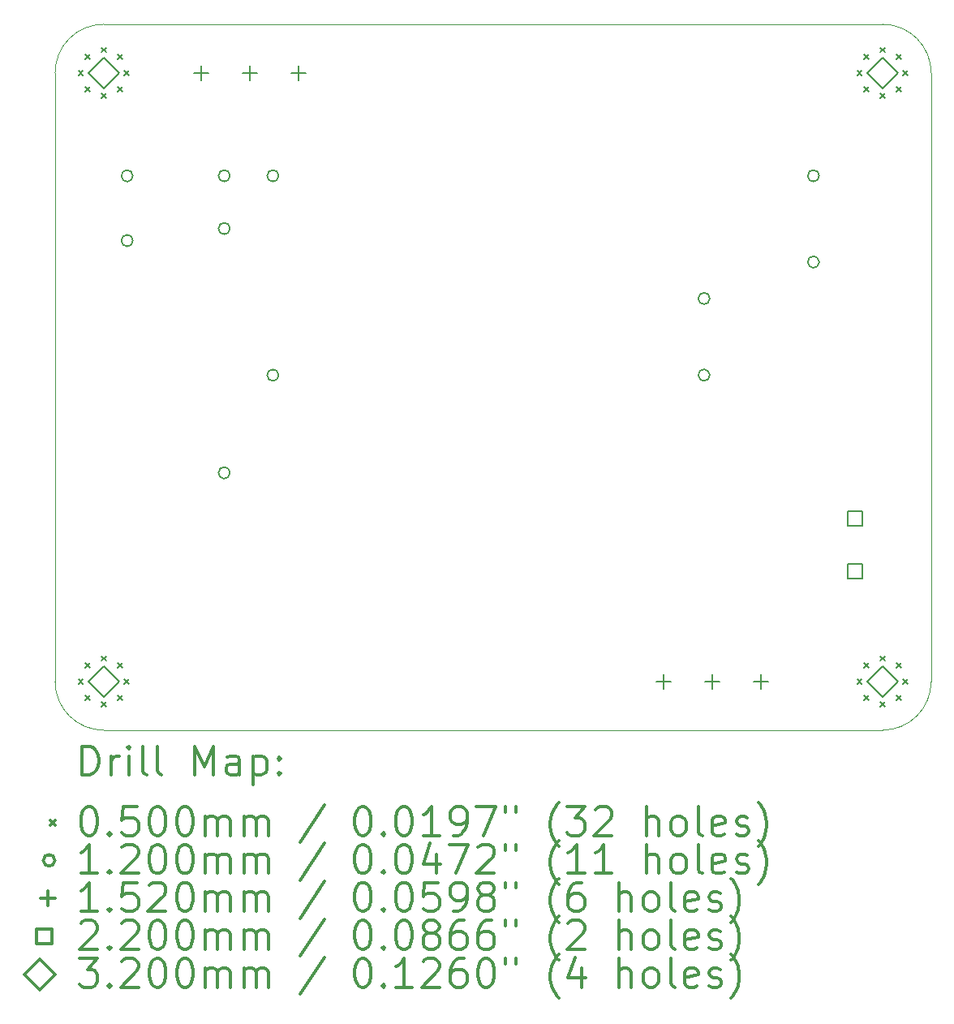
<source format=gbr>
%FSLAX45Y45*%
G04 Gerber Fmt 4.5, Leading zero omitted, Abs format (unit mm)*
G04 Created by KiCad (PCBNEW (5.1.10)-1) date 2021-10-08 18:44:12*
%MOMM*%
%LPD*%
G01*
G04 APERTURE LIST*
%TA.AperFunction,Profile*%
%ADD10C,0.050000*%
%TD*%
%ADD11C,0.200000*%
%ADD12C,0.300000*%
G04 APERTURE END LIST*
D10*
X19304000Y-5334000D02*
G75*
G02*
X19812000Y-5842000I0J-508000D01*
G01*
X19812000Y-12192000D02*
G75*
G02*
X19304000Y-12700000I-508000J0D01*
G01*
X11176000Y-12700000D02*
G75*
G02*
X10668000Y-12192000I0J508000D01*
G01*
X10668000Y-5842000D02*
G75*
G02*
X11176000Y-5334000I508000J0D01*
G01*
X10668000Y-12192000D02*
X10668000Y-5842000D01*
X19304000Y-12700000D02*
X11176000Y-12700000D01*
X19812000Y-5842000D02*
X19812000Y-12192000D01*
X11176000Y-5334000D02*
X19304000Y-5334000D01*
D11*
X10911000Y-5817000D02*
X10961000Y-5867000D01*
X10961000Y-5817000D02*
X10911000Y-5867000D01*
X10911000Y-12167000D02*
X10961000Y-12217000D01*
X10961000Y-12167000D02*
X10911000Y-12217000D01*
X10981294Y-5647294D02*
X11031294Y-5697294D01*
X11031294Y-5647294D02*
X10981294Y-5697294D01*
X10981294Y-5986706D02*
X11031294Y-6036706D01*
X11031294Y-5986706D02*
X10981294Y-6036706D01*
X10981294Y-11997294D02*
X11031294Y-12047294D01*
X11031294Y-11997294D02*
X10981294Y-12047294D01*
X10981294Y-12336706D02*
X11031294Y-12386706D01*
X11031294Y-12336706D02*
X10981294Y-12386706D01*
X11151000Y-5577000D02*
X11201000Y-5627000D01*
X11201000Y-5577000D02*
X11151000Y-5627000D01*
X11151000Y-6057000D02*
X11201000Y-6107000D01*
X11201000Y-6057000D02*
X11151000Y-6107000D01*
X11151000Y-11927000D02*
X11201000Y-11977000D01*
X11201000Y-11927000D02*
X11151000Y-11977000D01*
X11151000Y-12407000D02*
X11201000Y-12457000D01*
X11201000Y-12407000D02*
X11151000Y-12457000D01*
X11320706Y-5647294D02*
X11370706Y-5697294D01*
X11370706Y-5647294D02*
X11320706Y-5697294D01*
X11320706Y-5986706D02*
X11370706Y-6036706D01*
X11370706Y-5986706D02*
X11320706Y-6036706D01*
X11320706Y-11997294D02*
X11370706Y-12047294D01*
X11370706Y-11997294D02*
X11320706Y-12047294D01*
X11320706Y-12336706D02*
X11370706Y-12386706D01*
X11370706Y-12336706D02*
X11320706Y-12386706D01*
X11391000Y-5817000D02*
X11441000Y-5867000D01*
X11441000Y-5817000D02*
X11391000Y-5867000D01*
X11391000Y-12167000D02*
X11441000Y-12217000D01*
X11441000Y-12167000D02*
X11391000Y-12217000D01*
X19039000Y-5817000D02*
X19089000Y-5867000D01*
X19089000Y-5817000D02*
X19039000Y-5867000D01*
X19039000Y-12167000D02*
X19089000Y-12217000D01*
X19089000Y-12167000D02*
X19039000Y-12217000D01*
X19109294Y-5647294D02*
X19159294Y-5697294D01*
X19159294Y-5647294D02*
X19109294Y-5697294D01*
X19109294Y-5986706D02*
X19159294Y-6036706D01*
X19159294Y-5986706D02*
X19109294Y-6036706D01*
X19109294Y-11997294D02*
X19159294Y-12047294D01*
X19159294Y-11997294D02*
X19109294Y-12047294D01*
X19109294Y-12336706D02*
X19159294Y-12386706D01*
X19159294Y-12336706D02*
X19109294Y-12386706D01*
X19279000Y-5577000D02*
X19329000Y-5627000D01*
X19329000Y-5577000D02*
X19279000Y-5627000D01*
X19279000Y-6057000D02*
X19329000Y-6107000D01*
X19329000Y-6057000D02*
X19279000Y-6107000D01*
X19279000Y-11927000D02*
X19329000Y-11977000D01*
X19329000Y-11927000D02*
X19279000Y-11977000D01*
X19279000Y-12407000D02*
X19329000Y-12457000D01*
X19329000Y-12407000D02*
X19279000Y-12457000D01*
X19448706Y-5647294D02*
X19498706Y-5697294D01*
X19498706Y-5647294D02*
X19448706Y-5697294D01*
X19448706Y-5986706D02*
X19498706Y-6036706D01*
X19498706Y-5986706D02*
X19448706Y-6036706D01*
X19448706Y-11997294D02*
X19498706Y-12047294D01*
X19498706Y-11997294D02*
X19448706Y-12047294D01*
X19448706Y-12336706D02*
X19498706Y-12386706D01*
X19498706Y-12336706D02*
X19448706Y-12386706D01*
X19519000Y-5817000D02*
X19569000Y-5867000D01*
X19569000Y-5817000D02*
X19519000Y-5867000D01*
X19519000Y-12167000D02*
X19569000Y-12217000D01*
X19569000Y-12167000D02*
X19519000Y-12217000D01*
X11479840Y-6916420D02*
G75*
G03*
X11479840Y-6916420I-60000J0D01*
G01*
X11479840Y-7591420D02*
G75*
G03*
X11479840Y-7591420I-60000J0D01*
G01*
X12493300Y-6915150D02*
G75*
G03*
X12493300Y-6915150I-60000J0D01*
G01*
X12493300Y-7465150D02*
G75*
G03*
X12493300Y-7465150I-60000J0D01*
G01*
X12493300Y-10015150D02*
G75*
G03*
X12493300Y-10015150I-60000J0D01*
G01*
X13001300Y-6915150D02*
G75*
G03*
X13001300Y-6915150I-60000J0D01*
G01*
X13001300Y-8995150D02*
G75*
G03*
X13001300Y-8995150I-60000J0D01*
G01*
X17501300Y-8195150D02*
G75*
G03*
X17501300Y-8195150I-60000J0D01*
G01*
X17501300Y-8995150D02*
G75*
G03*
X17501300Y-8995150I-60000J0D01*
G01*
X18643300Y-6915150D02*
G75*
G03*
X18643300Y-6915150I-60000J0D01*
G01*
X18643300Y-7815150D02*
G75*
G03*
X18643300Y-7815150I-60000J0D01*
G01*
X12192000Y-5766000D02*
X12192000Y-5918000D01*
X12116000Y-5842000D02*
X12268000Y-5842000D01*
X12700000Y-5766000D02*
X12700000Y-5918000D01*
X12624000Y-5842000D02*
X12776000Y-5842000D01*
X13208000Y-5766000D02*
X13208000Y-5918000D01*
X13132000Y-5842000D02*
X13284000Y-5842000D01*
X17018000Y-12116000D02*
X17018000Y-12268000D01*
X16942000Y-12192000D02*
X17094000Y-12192000D01*
X17526000Y-12116000D02*
X17526000Y-12268000D01*
X17450000Y-12192000D02*
X17602000Y-12192000D01*
X18034000Y-12116000D02*
X18034000Y-12268000D01*
X17958000Y-12192000D02*
X18110000Y-12192000D01*
X19097623Y-10569203D02*
X19097623Y-10413638D01*
X18942058Y-10413638D01*
X18942058Y-10569203D01*
X19097623Y-10569203D01*
X19097623Y-11119203D02*
X19097623Y-10963638D01*
X18942058Y-10963638D01*
X18942058Y-11119203D01*
X19097623Y-11119203D01*
X11176000Y-6002000D02*
X11336000Y-5842000D01*
X11176000Y-5682000D01*
X11016000Y-5842000D01*
X11176000Y-6002000D01*
X11176000Y-12352000D02*
X11336000Y-12192000D01*
X11176000Y-12032000D01*
X11016000Y-12192000D01*
X11176000Y-12352000D01*
X19304000Y-6002000D02*
X19464000Y-5842000D01*
X19304000Y-5682000D01*
X19144000Y-5842000D01*
X19304000Y-6002000D01*
X19304000Y-12352000D02*
X19464000Y-12192000D01*
X19304000Y-12032000D01*
X19144000Y-12192000D01*
X19304000Y-12352000D01*
D12*
X10951928Y-13168214D02*
X10951928Y-12868214D01*
X11023357Y-12868214D01*
X11066214Y-12882500D01*
X11094786Y-12911071D01*
X11109071Y-12939643D01*
X11123357Y-12996786D01*
X11123357Y-13039643D01*
X11109071Y-13096786D01*
X11094786Y-13125357D01*
X11066214Y-13153929D01*
X11023357Y-13168214D01*
X10951928Y-13168214D01*
X11251928Y-13168214D02*
X11251928Y-12968214D01*
X11251928Y-13025357D02*
X11266214Y-12996786D01*
X11280500Y-12982500D01*
X11309071Y-12968214D01*
X11337643Y-12968214D01*
X11437643Y-13168214D02*
X11437643Y-12968214D01*
X11437643Y-12868214D02*
X11423357Y-12882500D01*
X11437643Y-12896786D01*
X11451928Y-12882500D01*
X11437643Y-12868214D01*
X11437643Y-12896786D01*
X11623357Y-13168214D02*
X11594786Y-13153929D01*
X11580500Y-13125357D01*
X11580500Y-12868214D01*
X11780500Y-13168214D02*
X11751928Y-13153929D01*
X11737643Y-13125357D01*
X11737643Y-12868214D01*
X12123357Y-13168214D02*
X12123357Y-12868214D01*
X12223357Y-13082500D01*
X12323357Y-12868214D01*
X12323357Y-13168214D01*
X12594786Y-13168214D02*
X12594786Y-13011071D01*
X12580500Y-12982500D01*
X12551928Y-12968214D01*
X12494786Y-12968214D01*
X12466214Y-12982500D01*
X12594786Y-13153929D02*
X12566214Y-13168214D01*
X12494786Y-13168214D01*
X12466214Y-13153929D01*
X12451928Y-13125357D01*
X12451928Y-13096786D01*
X12466214Y-13068214D01*
X12494786Y-13053929D01*
X12566214Y-13053929D01*
X12594786Y-13039643D01*
X12737643Y-12968214D02*
X12737643Y-13268214D01*
X12737643Y-12982500D02*
X12766214Y-12968214D01*
X12823357Y-12968214D01*
X12851928Y-12982500D01*
X12866214Y-12996786D01*
X12880500Y-13025357D01*
X12880500Y-13111071D01*
X12866214Y-13139643D01*
X12851928Y-13153929D01*
X12823357Y-13168214D01*
X12766214Y-13168214D01*
X12737643Y-13153929D01*
X13009071Y-13139643D02*
X13023357Y-13153929D01*
X13009071Y-13168214D01*
X12994786Y-13153929D01*
X13009071Y-13139643D01*
X13009071Y-13168214D01*
X13009071Y-12982500D02*
X13023357Y-12996786D01*
X13009071Y-13011071D01*
X12994786Y-12996786D01*
X13009071Y-12982500D01*
X13009071Y-13011071D01*
X10615500Y-13637500D02*
X10665500Y-13687500D01*
X10665500Y-13637500D02*
X10615500Y-13687500D01*
X11009071Y-13498214D02*
X11037643Y-13498214D01*
X11066214Y-13512500D01*
X11080500Y-13526786D01*
X11094786Y-13555357D01*
X11109071Y-13612500D01*
X11109071Y-13683929D01*
X11094786Y-13741071D01*
X11080500Y-13769643D01*
X11066214Y-13783929D01*
X11037643Y-13798214D01*
X11009071Y-13798214D01*
X10980500Y-13783929D01*
X10966214Y-13769643D01*
X10951928Y-13741071D01*
X10937643Y-13683929D01*
X10937643Y-13612500D01*
X10951928Y-13555357D01*
X10966214Y-13526786D01*
X10980500Y-13512500D01*
X11009071Y-13498214D01*
X11237643Y-13769643D02*
X11251928Y-13783929D01*
X11237643Y-13798214D01*
X11223357Y-13783929D01*
X11237643Y-13769643D01*
X11237643Y-13798214D01*
X11523357Y-13498214D02*
X11380500Y-13498214D01*
X11366214Y-13641071D01*
X11380500Y-13626786D01*
X11409071Y-13612500D01*
X11480500Y-13612500D01*
X11509071Y-13626786D01*
X11523357Y-13641071D01*
X11537643Y-13669643D01*
X11537643Y-13741071D01*
X11523357Y-13769643D01*
X11509071Y-13783929D01*
X11480500Y-13798214D01*
X11409071Y-13798214D01*
X11380500Y-13783929D01*
X11366214Y-13769643D01*
X11723357Y-13498214D02*
X11751928Y-13498214D01*
X11780500Y-13512500D01*
X11794786Y-13526786D01*
X11809071Y-13555357D01*
X11823357Y-13612500D01*
X11823357Y-13683929D01*
X11809071Y-13741071D01*
X11794786Y-13769643D01*
X11780500Y-13783929D01*
X11751928Y-13798214D01*
X11723357Y-13798214D01*
X11694786Y-13783929D01*
X11680500Y-13769643D01*
X11666214Y-13741071D01*
X11651928Y-13683929D01*
X11651928Y-13612500D01*
X11666214Y-13555357D01*
X11680500Y-13526786D01*
X11694786Y-13512500D01*
X11723357Y-13498214D01*
X12009071Y-13498214D02*
X12037643Y-13498214D01*
X12066214Y-13512500D01*
X12080500Y-13526786D01*
X12094786Y-13555357D01*
X12109071Y-13612500D01*
X12109071Y-13683929D01*
X12094786Y-13741071D01*
X12080500Y-13769643D01*
X12066214Y-13783929D01*
X12037643Y-13798214D01*
X12009071Y-13798214D01*
X11980500Y-13783929D01*
X11966214Y-13769643D01*
X11951928Y-13741071D01*
X11937643Y-13683929D01*
X11937643Y-13612500D01*
X11951928Y-13555357D01*
X11966214Y-13526786D01*
X11980500Y-13512500D01*
X12009071Y-13498214D01*
X12237643Y-13798214D02*
X12237643Y-13598214D01*
X12237643Y-13626786D02*
X12251928Y-13612500D01*
X12280500Y-13598214D01*
X12323357Y-13598214D01*
X12351928Y-13612500D01*
X12366214Y-13641071D01*
X12366214Y-13798214D01*
X12366214Y-13641071D02*
X12380500Y-13612500D01*
X12409071Y-13598214D01*
X12451928Y-13598214D01*
X12480500Y-13612500D01*
X12494786Y-13641071D01*
X12494786Y-13798214D01*
X12637643Y-13798214D02*
X12637643Y-13598214D01*
X12637643Y-13626786D02*
X12651928Y-13612500D01*
X12680500Y-13598214D01*
X12723357Y-13598214D01*
X12751928Y-13612500D01*
X12766214Y-13641071D01*
X12766214Y-13798214D01*
X12766214Y-13641071D02*
X12780500Y-13612500D01*
X12809071Y-13598214D01*
X12851928Y-13598214D01*
X12880500Y-13612500D01*
X12894786Y-13641071D01*
X12894786Y-13798214D01*
X13480500Y-13483929D02*
X13223357Y-13869643D01*
X13866214Y-13498214D02*
X13894786Y-13498214D01*
X13923357Y-13512500D01*
X13937643Y-13526786D01*
X13951928Y-13555357D01*
X13966214Y-13612500D01*
X13966214Y-13683929D01*
X13951928Y-13741071D01*
X13937643Y-13769643D01*
X13923357Y-13783929D01*
X13894786Y-13798214D01*
X13866214Y-13798214D01*
X13837643Y-13783929D01*
X13823357Y-13769643D01*
X13809071Y-13741071D01*
X13794786Y-13683929D01*
X13794786Y-13612500D01*
X13809071Y-13555357D01*
X13823357Y-13526786D01*
X13837643Y-13512500D01*
X13866214Y-13498214D01*
X14094786Y-13769643D02*
X14109071Y-13783929D01*
X14094786Y-13798214D01*
X14080500Y-13783929D01*
X14094786Y-13769643D01*
X14094786Y-13798214D01*
X14294786Y-13498214D02*
X14323357Y-13498214D01*
X14351928Y-13512500D01*
X14366214Y-13526786D01*
X14380500Y-13555357D01*
X14394786Y-13612500D01*
X14394786Y-13683929D01*
X14380500Y-13741071D01*
X14366214Y-13769643D01*
X14351928Y-13783929D01*
X14323357Y-13798214D01*
X14294786Y-13798214D01*
X14266214Y-13783929D01*
X14251928Y-13769643D01*
X14237643Y-13741071D01*
X14223357Y-13683929D01*
X14223357Y-13612500D01*
X14237643Y-13555357D01*
X14251928Y-13526786D01*
X14266214Y-13512500D01*
X14294786Y-13498214D01*
X14680500Y-13798214D02*
X14509071Y-13798214D01*
X14594786Y-13798214D02*
X14594786Y-13498214D01*
X14566214Y-13541071D01*
X14537643Y-13569643D01*
X14509071Y-13583929D01*
X14823357Y-13798214D02*
X14880500Y-13798214D01*
X14909071Y-13783929D01*
X14923357Y-13769643D01*
X14951928Y-13726786D01*
X14966214Y-13669643D01*
X14966214Y-13555357D01*
X14951928Y-13526786D01*
X14937643Y-13512500D01*
X14909071Y-13498214D01*
X14851928Y-13498214D01*
X14823357Y-13512500D01*
X14809071Y-13526786D01*
X14794786Y-13555357D01*
X14794786Y-13626786D01*
X14809071Y-13655357D01*
X14823357Y-13669643D01*
X14851928Y-13683929D01*
X14909071Y-13683929D01*
X14937643Y-13669643D01*
X14951928Y-13655357D01*
X14966214Y-13626786D01*
X15066214Y-13498214D02*
X15266214Y-13498214D01*
X15137643Y-13798214D01*
X15366214Y-13498214D02*
X15366214Y-13555357D01*
X15480500Y-13498214D02*
X15480500Y-13555357D01*
X15923357Y-13912500D02*
X15909071Y-13898214D01*
X15880500Y-13855357D01*
X15866214Y-13826786D01*
X15851928Y-13783929D01*
X15837643Y-13712500D01*
X15837643Y-13655357D01*
X15851928Y-13583929D01*
X15866214Y-13541071D01*
X15880500Y-13512500D01*
X15909071Y-13469643D01*
X15923357Y-13455357D01*
X16009071Y-13498214D02*
X16194786Y-13498214D01*
X16094786Y-13612500D01*
X16137643Y-13612500D01*
X16166214Y-13626786D01*
X16180500Y-13641071D01*
X16194786Y-13669643D01*
X16194786Y-13741071D01*
X16180500Y-13769643D01*
X16166214Y-13783929D01*
X16137643Y-13798214D01*
X16051928Y-13798214D01*
X16023357Y-13783929D01*
X16009071Y-13769643D01*
X16309071Y-13526786D02*
X16323357Y-13512500D01*
X16351928Y-13498214D01*
X16423357Y-13498214D01*
X16451928Y-13512500D01*
X16466214Y-13526786D01*
X16480500Y-13555357D01*
X16480500Y-13583929D01*
X16466214Y-13626786D01*
X16294786Y-13798214D01*
X16480500Y-13798214D01*
X16837643Y-13798214D02*
X16837643Y-13498214D01*
X16966214Y-13798214D02*
X16966214Y-13641071D01*
X16951928Y-13612500D01*
X16923357Y-13598214D01*
X16880500Y-13598214D01*
X16851928Y-13612500D01*
X16837643Y-13626786D01*
X17151928Y-13798214D02*
X17123357Y-13783929D01*
X17109071Y-13769643D01*
X17094786Y-13741071D01*
X17094786Y-13655357D01*
X17109071Y-13626786D01*
X17123357Y-13612500D01*
X17151928Y-13598214D01*
X17194786Y-13598214D01*
X17223357Y-13612500D01*
X17237643Y-13626786D01*
X17251928Y-13655357D01*
X17251928Y-13741071D01*
X17237643Y-13769643D01*
X17223357Y-13783929D01*
X17194786Y-13798214D01*
X17151928Y-13798214D01*
X17423357Y-13798214D02*
X17394786Y-13783929D01*
X17380500Y-13755357D01*
X17380500Y-13498214D01*
X17651928Y-13783929D02*
X17623357Y-13798214D01*
X17566214Y-13798214D01*
X17537643Y-13783929D01*
X17523357Y-13755357D01*
X17523357Y-13641071D01*
X17537643Y-13612500D01*
X17566214Y-13598214D01*
X17623357Y-13598214D01*
X17651928Y-13612500D01*
X17666214Y-13641071D01*
X17666214Y-13669643D01*
X17523357Y-13698214D01*
X17780500Y-13783929D02*
X17809071Y-13798214D01*
X17866214Y-13798214D01*
X17894786Y-13783929D01*
X17909071Y-13755357D01*
X17909071Y-13741071D01*
X17894786Y-13712500D01*
X17866214Y-13698214D01*
X17823357Y-13698214D01*
X17794786Y-13683929D01*
X17780500Y-13655357D01*
X17780500Y-13641071D01*
X17794786Y-13612500D01*
X17823357Y-13598214D01*
X17866214Y-13598214D01*
X17894786Y-13612500D01*
X18009071Y-13912500D02*
X18023357Y-13898214D01*
X18051928Y-13855357D01*
X18066214Y-13826786D01*
X18080500Y-13783929D01*
X18094786Y-13712500D01*
X18094786Y-13655357D01*
X18080500Y-13583929D01*
X18066214Y-13541071D01*
X18051928Y-13512500D01*
X18023357Y-13469643D01*
X18009071Y-13455357D01*
X10665500Y-14058500D02*
G75*
G03*
X10665500Y-14058500I-60000J0D01*
G01*
X11109071Y-14194214D02*
X10937643Y-14194214D01*
X11023357Y-14194214D02*
X11023357Y-13894214D01*
X10994786Y-13937071D01*
X10966214Y-13965643D01*
X10937643Y-13979929D01*
X11237643Y-14165643D02*
X11251928Y-14179929D01*
X11237643Y-14194214D01*
X11223357Y-14179929D01*
X11237643Y-14165643D01*
X11237643Y-14194214D01*
X11366214Y-13922786D02*
X11380500Y-13908500D01*
X11409071Y-13894214D01*
X11480500Y-13894214D01*
X11509071Y-13908500D01*
X11523357Y-13922786D01*
X11537643Y-13951357D01*
X11537643Y-13979929D01*
X11523357Y-14022786D01*
X11351928Y-14194214D01*
X11537643Y-14194214D01*
X11723357Y-13894214D02*
X11751928Y-13894214D01*
X11780500Y-13908500D01*
X11794786Y-13922786D01*
X11809071Y-13951357D01*
X11823357Y-14008500D01*
X11823357Y-14079929D01*
X11809071Y-14137071D01*
X11794786Y-14165643D01*
X11780500Y-14179929D01*
X11751928Y-14194214D01*
X11723357Y-14194214D01*
X11694786Y-14179929D01*
X11680500Y-14165643D01*
X11666214Y-14137071D01*
X11651928Y-14079929D01*
X11651928Y-14008500D01*
X11666214Y-13951357D01*
X11680500Y-13922786D01*
X11694786Y-13908500D01*
X11723357Y-13894214D01*
X12009071Y-13894214D02*
X12037643Y-13894214D01*
X12066214Y-13908500D01*
X12080500Y-13922786D01*
X12094786Y-13951357D01*
X12109071Y-14008500D01*
X12109071Y-14079929D01*
X12094786Y-14137071D01*
X12080500Y-14165643D01*
X12066214Y-14179929D01*
X12037643Y-14194214D01*
X12009071Y-14194214D01*
X11980500Y-14179929D01*
X11966214Y-14165643D01*
X11951928Y-14137071D01*
X11937643Y-14079929D01*
X11937643Y-14008500D01*
X11951928Y-13951357D01*
X11966214Y-13922786D01*
X11980500Y-13908500D01*
X12009071Y-13894214D01*
X12237643Y-14194214D02*
X12237643Y-13994214D01*
X12237643Y-14022786D02*
X12251928Y-14008500D01*
X12280500Y-13994214D01*
X12323357Y-13994214D01*
X12351928Y-14008500D01*
X12366214Y-14037071D01*
X12366214Y-14194214D01*
X12366214Y-14037071D02*
X12380500Y-14008500D01*
X12409071Y-13994214D01*
X12451928Y-13994214D01*
X12480500Y-14008500D01*
X12494786Y-14037071D01*
X12494786Y-14194214D01*
X12637643Y-14194214D02*
X12637643Y-13994214D01*
X12637643Y-14022786D02*
X12651928Y-14008500D01*
X12680500Y-13994214D01*
X12723357Y-13994214D01*
X12751928Y-14008500D01*
X12766214Y-14037071D01*
X12766214Y-14194214D01*
X12766214Y-14037071D02*
X12780500Y-14008500D01*
X12809071Y-13994214D01*
X12851928Y-13994214D01*
X12880500Y-14008500D01*
X12894786Y-14037071D01*
X12894786Y-14194214D01*
X13480500Y-13879929D02*
X13223357Y-14265643D01*
X13866214Y-13894214D02*
X13894786Y-13894214D01*
X13923357Y-13908500D01*
X13937643Y-13922786D01*
X13951928Y-13951357D01*
X13966214Y-14008500D01*
X13966214Y-14079929D01*
X13951928Y-14137071D01*
X13937643Y-14165643D01*
X13923357Y-14179929D01*
X13894786Y-14194214D01*
X13866214Y-14194214D01*
X13837643Y-14179929D01*
X13823357Y-14165643D01*
X13809071Y-14137071D01*
X13794786Y-14079929D01*
X13794786Y-14008500D01*
X13809071Y-13951357D01*
X13823357Y-13922786D01*
X13837643Y-13908500D01*
X13866214Y-13894214D01*
X14094786Y-14165643D02*
X14109071Y-14179929D01*
X14094786Y-14194214D01*
X14080500Y-14179929D01*
X14094786Y-14165643D01*
X14094786Y-14194214D01*
X14294786Y-13894214D02*
X14323357Y-13894214D01*
X14351928Y-13908500D01*
X14366214Y-13922786D01*
X14380500Y-13951357D01*
X14394786Y-14008500D01*
X14394786Y-14079929D01*
X14380500Y-14137071D01*
X14366214Y-14165643D01*
X14351928Y-14179929D01*
X14323357Y-14194214D01*
X14294786Y-14194214D01*
X14266214Y-14179929D01*
X14251928Y-14165643D01*
X14237643Y-14137071D01*
X14223357Y-14079929D01*
X14223357Y-14008500D01*
X14237643Y-13951357D01*
X14251928Y-13922786D01*
X14266214Y-13908500D01*
X14294786Y-13894214D01*
X14651928Y-13994214D02*
X14651928Y-14194214D01*
X14580500Y-13879929D02*
X14509071Y-14094214D01*
X14694786Y-14094214D01*
X14780500Y-13894214D02*
X14980500Y-13894214D01*
X14851928Y-14194214D01*
X15080500Y-13922786D02*
X15094786Y-13908500D01*
X15123357Y-13894214D01*
X15194786Y-13894214D01*
X15223357Y-13908500D01*
X15237643Y-13922786D01*
X15251928Y-13951357D01*
X15251928Y-13979929D01*
X15237643Y-14022786D01*
X15066214Y-14194214D01*
X15251928Y-14194214D01*
X15366214Y-13894214D02*
X15366214Y-13951357D01*
X15480500Y-13894214D02*
X15480500Y-13951357D01*
X15923357Y-14308500D02*
X15909071Y-14294214D01*
X15880500Y-14251357D01*
X15866214Y-14222786D01*
X15851928Y-14179929D01*
X15837643Y-14108500D01*
X15837643Y-14051357D01*
X15851928Y-13979929D01*
X15866214Y-13937071D01*
X15880500Y-13908500D01*
X15909071Y-13865643D01*
X15923357Y-13851357D01*
X16194786Y-14194214D02*
X16023357Y-14194214D01*
X16109071Y-14194214D02*
X16109071Y-13894214D01*
X16080500Y-13937071D01*
X16051928Y-13965643D01*
X16023357Y-13979929D01*
X16480500Y-14194214D02*
X16309071Y-14194214D01*
X16394786Y-14194214D02*
X16394786Y-13894214D01*
X16366214Y-13937071D01*
X16337643Y-13965643D01*
X16309071Y-13979929D01*
X16837643Y-14194214D02*
X16837643Y-13894214D01*
X16966214Y-14194214D02*
X16966214Y-14037071D01*
X16951928Y-14008500D01*
X16923357Y-13994214D01*
X16880500Y-13994214D01*
X16851928Y-14008500D01*
X16837643Y-14022786D01*
X17151928Y-14194214D02*
X17123357Y-14179929D01*
X17109071Y-14165643D01*
X17094786Y-14137071D01*
X17094786Y-14051357D01*
X17109071Y-14022786D01*
X17123357Y-14008500D01*
X17151928Y-13994214D01*
X17194786Y-13994214D01*
X17223357Y-14008500D01*
X17237643Y-14022786D01*
X17251928Y-14051357D01*
X17251928Y-14137071D01*
X17237643Y-14165643D01*
X17223357Y-14179929D01*
X17194786Y-14194214D01*
X17151928Y-14194214D01*
X17423357Y-14194214D02*
X17394786Y-14179929D01*
X17380500Y-14151357D01*
X17380500Y-13894214D01*
X17651928Y-14179929D02*
X17623357Y-14194214D01*
X17566214Y-14194214D01*
X17537643Y-14179929D01*
X17523357Y-14151357D01*
X17523357Y-14037071D01*
X17537643Y-14008500D01*
X17566214Y-13994214D01*
X17623357Y-13994214D01*
X17651928Y-14008500D01*
X17666214Y-14037071D01*
X17666214Y-14065643D01*
X17523357Y-14094214D01*
X17780500Y-14179929D02*
X17809071Y-14194214D01*
X17866214Y-14194214D01*
X17894786Y-14179929D01*
X17909071Y-14151357D01*
X17909071Y-14137071D01*
X17894786Y-14108500D01*
X17866214Y-14094214D01*
X17823357Y-14094214D01*
X17794786Y-14079929D01*
X17780500Y-14051357D01*
X17780500Y-14037071D01*
X17794786Y-14008500D01*
X17823357Y-13994214D01*
X17866214Y-13994214D01*
X17894786Y-14008500D01*
X18009071Y-14308500D02*
X18023357Y-14294214D01*
X18051928Y-14251357D01*
X18066214Y-14222786D01*
X18080500Y-14179929D01*
X18094786Y-14108500D01*
X18094786Y-14051357D01*
X18080500Y-13979929D01*
X18066214Y-13937071D01*
X18051928Y-13908500D01*
X18023357Y-13865643D01*
X18009071Y-13851357D01*
X10589500Y-14378500D02*
X10589500Y-14530500D01*
X10513500Y-14454500D02*
X10665500Y-14454500D01*
X11109071Y-14590214D02*
X10937643Y-14590214D01*
X11023357Y-14590214D02*
X11023357Y-14290214D01*
X10994786Y-14333071D01*
X10966214Y-14361643D01*
X10937643Y-14375929D01*
X11237643Y-14561643D02*
X11251928Y-14575929D01*
X11237643Y-14590214D01*
X11223357Y-14575929D01*
X11237643Y-14561643D01*
X11237643Y-14590214D01*
X11523357Y-14290214D02*
X11380500Y-14290214D01*
X11366214Y-14433071D01*
X11380500Y-14418786D01*
X11409071Y-14404500D01*
X11480500Y-14404500D01*
X11509071Y-14418786D01*
X11523357Y-14433071D01*
X11537643Y-14461643D01*
X11537643Y-14533071D01*
X11523357Y-14561643D01*
X11509071Y-14575929D01*
X11480500Y-14590214D01*
X11409071Y-14590214D01*
X11380500Y-14575929D01*
X11366214Y-14561643D01*
X11651928Y-14318786D02*
X11666214Y-14304500D01*
X11694786Y-14290214D01*
X11766214Y-14290214D01*
X11794786Y-14304500D01*
X11809071Y-14318786D01*
X11823357Y-14347357D01*
X11823357Y-14375929D01*
X11809071Y-14418786D01*
X11637643Y-14590214D01*
X11823357Y-14590214D01*
X12009071Y-14290214D02*
X12037643Y-14290214D01*
X12066214Y-14304500D01*
X12080500Y-14318786D01*
X12094786Y-14347357D01*
X12109071Y-14404500D01*
X12109071Y-14475929D01*
X12094786Y-14533071D01*
X12080500Y-14561643D01*
X12066214Y-14575929D01*
X12037643Y-14590214D01*
X12009071Y-14590214D01*
X11980500Y-14575929D01*
X11966214Y-14561643D01*
X11951928Y-14533071D01*
X11937643Y-14475929D01*
X11937643Y-14404500D01*
X11951928Y-14347357D01*
X11966214Y-14318786D01*
X11980500Y-14304500D01*
X12009071Y-14290214D01*
X12237643Y-14590214D02*
X12237643Y-14390214D01*
X12237643Y-14418786D02*
X12251928Y-14404500D01*
X12280500Y-14390214D01*
X12323357Y-14390214D01*
X12351928Y-14404500D01*
X12366214Y-14433071D01*
X12366214Y-14590214D01*
X12366214Y-14433071D02*
X12380500Y-14404500D01*
X12409071Y-14390214D01*
X12451928Y-14390214D01*
X12480500Y-14404500D01*
X12494786Y-14433071D01*
X12494786Y-14590214D01*
X12637643Y-14590214D02*
X12637643Y-14390214D01*
X12637643Y-14418786D02*
X12651928Y-14404500D01*
X12680500Y-14390214D01*
X12723357Y-14390214D01*
X12751928Y-14404500D01*
X12766214Y-14433071D01*
X12766214Y-14590214D01*
X12766214Y-14433071D02*
X12780500Y-14404500D01*
X12809071Y-14390214D01*
X12851928Y-14390214D01*
X12880500Y-14404500D01*
X12894786Y-14433071D01*
X12894786Y-14590214D01*
X13480500Y-14275929D02*
X13223357Y-14661643D01*
X13866214Y-14290214D02*
X13894786Y-14290214D01*
X13923357Y-14304500D01*
X13937643Y-14318786D01*
X13951928Y-14347357D01*
X13966214Y-14404500D01*
X13966214Y-14475929D01*
X13951928Y-14533071D01*
X13937643Y-14561643D01*
X13923357Y-14575929D01*
X13894786Y-14590214D01*
X13866214Y-14590214D01*
X13837643Y-14575929D01*
X13823357Y-14561643D01*
X13809071Y-14533071D01*
X13794786Y-14475929D01*
X13794786Y-14404500D01*
X13809071Y-14347357D01*
X13823357Y-14318786D01*
X13837643Y-14304500D01*
X13866214Y-14290214D01*
X14094786Y-14561643D02*
X14109071Y-14575929D01*
X14094786Y-14590214D01*
X14080500Y-14575929D01*
X14094786Y-14561643D01*
X14094786Y-14590214D01*
X14294786Y-14290214D02*
X14323357Y-14290214D01*
X14351928Y-14304500D01*
X14366214Y-14318786D01*
X14380500Y-14347357D01*
X14394786Y-14404500D01*
X14394786Y-14475929D01*
X14380500Y-14533071D01*
X14366214Y-14561643D01*
X14351928Y-14575929D01*
X14323357Y-14590214D01*
X14294786Y-14590214D01*
X14266214Y-14575929D01*
X14251928Y-14561643D01*
X14237643Y-14533071D01*
X14223357Y-14475929D01*
X14223357Y-14404500D01*
X14237643Y-14347357D01*
X14251928Y-14318786D01*
X14266214Y-14304500D01*
X14294786Y-14290214D01*
X14666214Y-14290214D02*
X14523357Y-14290214D01*
X14509071Y-14433071D01*
X14523357Y-14418786D01*
X14551928Y-14404500D01*
X14623357Y-14404500D01*
X14651928Y-14418786D01*
X14666214Y-14433071D01*
X14680500Y-14461643D01*
X14680500Y-14533071D01*
X14666214Y-14561643D01*
X14651928Y-14575929D01*
X14623357Y-14590214D01*
X14551928Y-14590214D01*
X14523357Y-14575929D01*
X14509071Y-14561643D01*
X14823357Y-14590214D02*
X14880500Y-14590214D01*
X14909071Y-14575929D01*
X14923357Y-14561643D01*
X14951928Y-14518786D01*
X14966214Y-14461643D01*
X14966214Y-14347357D01*
X14951928Y-14318786D01*
X14937643Y-14304500D01*
X14909071Y-14290214D01*
X14851928Y-14290214D01*
X14823357Y-14304500D01*
X14809071Y-14318786D01*
X14794786Y-14347357D01*
X14794786Y-14418786D01*
X14809071Y-14447357D01*
X14823357Y-14461643D01*
X14851928Y-14475929D01*
X14909071Y-14475929D01*
X14937643Y-14461643D01*
X14951928Y-14447357D01*
X14966214Y-14418786D01*
X15137643Y-14418786D02*
X15109071Y-14404500D01*
X15094786Y-14390214D01*
X15080500Y-14361643D01*
X15080500Y-14347357D01*
X15094786Y-14318786D01*
X15109071Y-14304500D01*
X15137643Y-14290214D01*
X15194786Y-14290214D01*
X15223357Y-14304500D01*
X15237643Y-14318786D01*
X15251928Y-14347357D01*
X15251928Y-14361643D01*
X15237643Y-14390214D01*
X15223357Y-14404500D01*
X15194786Y-14418786D01*
X15137643Y-14418786D01*
X15109071Y-14433071D01*
X15094786Y-14447357D01*
X15080500Y-14475929D01*
X15080500Y-14533071D01*
X15094786Y-14561643D01*
X15109071Y-14575929D01*
X15137643Y-14590214D01*
X15194786Y-14590214D01*
X15223357Y-14575929D01*
X15237643Y-14561643D01*
X15251928Y-14533071D01*
X15251928Y-14475929D01*
X15237643Y-14447357D01*
X15223357Y-14433071D01*
X15194786Y-14418786D01*
X15366214Y-14290214D02*
X15366214Y-14347357D01*
X15480500Y-14290214D02*
X15480500Y-14347357D01*
X15923357Y-14704500D02*
X15909071Y-14690214D01*
X15880500Y-14647357D01*
X15866214Y-14618786D01*
X15851928Y-14575929D01*
X15837643Y-14504500D01*
X15837643Y-14447357D01*
X15851928Y-14375929D01*
X15866214Y-14333071D01*
X15880500Y-14304500D01*
X15909071Y-14261643D01*
X15923357Y-14247357D01*
X16166214Y-14290214D02*
X16109071Y-14290214D01*
X16080500Y-14304500D01*
X16066214Y-14318786D01*
X16037643Y-14361643D01*
X16023357Y-14418786D01*
X16023357Y-14533071D01*
X16037643Y-14561643D01*
X16051928Y-14575929D01*
X16080500Y-14590214D01*
X16137643Y-14590214D01*
X16166214Y-14575929D01*
X16180500Y-14561643D01*
X16194786Y-14533071D01*
X16194786Y-14461643D01*
X16180500Y-14433071D01*
X16166214Y-14418786D01*
X16137643Y-14404500D01*
X16080500Y-14404500D01*
X16051928Y-14418786D01*
X16037643Y-14433071D01*
X16023357Y-14461643D01*
X16551928Y-14590214D02*
X16551928Y-14290214D01*
X16680500Y-14590214D02*
X16680500Y-14433071D01*
X16666214Y-14404500D01*
X16637643Y-14390214D01*
X16594786Y-14390214D01*
X16566214Y-14404500D01*
X16551928Y-14418786D01*
X16866214Y-14590214D02*
X16837643Y-14575929D01*
X16823357Y-14561643D01*
X16809071Y-14533071D01*
X16809071Y-14447357D01*
X16823357Y-14418786D01*
X16837643Y-14404500D01*
X16866214Y-14390214D01*
X16909071Y-14390214D01*
X16937643Y-14404500D01*
X16951928Y-14418786D01*
X16966214Y-14447357D01*
X16966214Y-14533071D01*
X16951928Y-14561643D01*
X16937643Y-14575929D01*
X16909071Y-14590214D01*
X16866214Y-14590214D01*
X17137643Y-14590214D02*
X17109071Y-14575929D01*
X17094786Y-14547357D01*
X17094786Y-14290214D01*
X17366214Y-14575929D02*
X17337643Y-14590214D01*
X17280500Y-14590214D01*
X17251928Y-14575929D01*
X17237643Y-14547357D01*
X17237643Y-14433071D01*
X17251928Y-14404500D01*
X17280500Y-14390214D01*
X17337643Y-14390214D01*
X17366214Y-14404500D01*
X17380500Y-14433071D01*
X17380500Y-14461643D01*
X17237643Y-14490214D01*
X17494786Y-14575929D02*
X17523357Y-14590214D01*
X17580500Y-14590214D01*
X17609071Y-14575929D01*
X17623357Y-14547357D01*
X17623357Y-14533071D01*
X17609071Y-14504500D01*
X17580500Y-14490214D01*
X17537643Y-14490214D01*
X17509071Y-14475929D01*
X17494786Y-14447357D01*
X17494786Y-14433071D01*
X17509071Y-14404500D01*
X17537643Y-14390214D01*
X17580500Y-14390214D01*
X17609071Y-14404500D01*
X17723357Y-14704500D02*
X17737643Y-14690214D01*
X17766214Y-14647357D01*
X17780500Y-14618786D01*
X17794786Y-14575929D01*
X17809071Y-14504500D01*
X17809071Y-14447357D01*
X17794786Y-14375929D01*
X17780500Y-14333071D01*
X17766214Y-14304500D01*
X17737643Y-14261643D01*
X17723357Y-14247357D01*
X10633282Y-14928283D02*
X10633282Y-14772718D01*
X10477717Y-14772718D01*
X10477717Y-14928283D01*
X10633282Y-14928283D01*
X10937643Y-14714786D02*
X10951928Y-14700500D01*
X10980500Y-14686214D01*
X11051928Y-14686214D01*
X11080500Y-14700500D01*
X11094786Y-14714786D01*
X11109071Y-14743357D01*
X11109071Y-14771929D01*
X11094786Y-14814786D01*
X10923357Y-14986214D01*
X11109071Y-14986214D01*
X11237643Y-14957643D02*
X11251928Y-14971929D01*
X11237643Y-14986214D01*
X11223357Y-14971929D01*
X11237643Y-14957643D01*
X11237643Y-14986214D01*
X11366214Y-14714786D02*
X11380500Y-14700500D01*
X11409071Y-14686214D01*
X11480500Y-14686214D01*
X11509071Y-14700500D01*
X11523357Y-14714786D01*
X11537643Y-14743357D01*
X11537643Y-14771929D01*
X11523357Y-14814786D01*
X11351928Y-14986214D01*
X11537643Y-14986214D01*
X11723357Y-14686214D02*
X11751928Y-14686214D01*
X11780500Y-14700500D01*
X11794786Y-14714786D01*
X11809071Y-14743357D01*
X11823357Y-14800500D01*
X11823357Y-14871929D01*
X11809071Y-14929071D01*
X11794786Y-14957643D01*
X11780500Y-14971929D01*
X11751928Y-14986214D01*
X11723357Y-14986214D01*
X11694786Y-14971929D01*
X11680500Y-14957643D01*
X11666214Y-14929071D01*
X11651928Y-14871929D01*
X11651928Y-14800500D01*
X11666214Y-14743357D01*
X11680500Y-14714786D01*
X11694786Y-14700500D01*
X11723357Y-14686214D01*
X12009071Y-14686214D02*
X12037643Y-14686214D01*
X12066214Y-14700500D01*
X12080500Y-14714786D01*
X12094786Y-14743357D01*
X12109071Y-14800500D01*
X12109071Y-14871929D01*
X12094786Y-14929071D01*
X12080500Y-14957643D01*
X12066214Y-14971929D01*
X12037643Y-14986214D01*
X12009071Y-14986214D01*
X11980500Y-14971929D01*
X11966214Y-14957643D01*
X11951928Y-14929071D01*
X11937643Y-14871929D01*
X11937643Y-14800500D01*
X11951928Y-14743357D01*
X11966214Y-14714786D01*
X11980500Y-14700500D01*
X12009071Y-14686214D01*
X12237643Y-14986214D02*
X12237643Y-14786214D01*
X12237643Y-14814786D02*
X12251928Y-14800500D01*
X12280500Y-14786214D01*
X12323357Y-14786214D01*
X12351928Y-14800500D01*
X12366214Y-14829071D01*
X12366214Y-14986214D01*
X12366214Y-14829071D02*
X12380500Y-14800500D01*
X12409071Y-14786214D01*
X12451928Y-14786214D01*
X12480500Y-14800500D01*
X12494786Y-14829071D01*
X12494786Y-14986214D01*
X12637643Y-14986214D02*
X12637643Y-14786214D01*
X12637643Y-14814786D02*
X12651928Y-14800500D01*
X12680500Y-14786214D01*
X12723357Y-14786214D01*
X12751928Y-14800500D01*
X12766214Y-14829071D01*
X12766214Y-14986214D01*
X12766214Y-14829071D02*
X12780500Y-14800500D01*
X12809071Y-14786214D01*
X12851928Y-14786214D01*
X12880500Y-14800500D01*
X12894786Y-14829071D01*
X12894786Y-14986214D01*
X13480500Y-14671929D02*
X13223357Y-15057643D01*
X13866214Y-14686214D02*
X13894786Y-14686214D01*
X13923357Y-14700500D01*
X13937643Y-14714786D01*
X13951928Y-14743357D01*
X13966214Y-14800500D01*
X13966214Y-14871929D01*
X13951928Y-14929071D01*
X13937643Y-14957643D01*
X13923357Y-14971929D01*
X13894786Y-14986214D01*
X13866214Y-14986214D01*
X13837643Y-14971929D01*
X13823357Y-14957643D01*
X13809071Y-14929071D01*
X13794786Y-14871929D01*
X13794786Y-14800500D01*
X13809071Y-14743357D01*
X13823357Y-14714786D01*
X13837643Y-14700500D01*
X13866214Y-14686214D01*
X14094786Y-14957643D02*
X14109071Y-14971929D01*
X14094786Y-14986214D01*
X14080500Y-14971929D01*
X14094786Y-14957643D01*
X14094786Y-14986214D01*
X14294786Y-14686214D02*
X14323357Y-14686214D01*
X14351928Y-14700500D01*
X14366214Y-14714786D01*
X14380500Y-14743357D01*
X14394786Y-14800500D01*
X14394786Y-14871929D01*
X14380500Y-14929071D01*
X14366214Y-14957643D01*
X14351928Y-14971929D01*
X14323357Y-14986214D01*
X14294786Y-14986214D01*
X14266214Y-14971929D01*
X14251928Y-14957643D01*
X14237643Y-14929071D01*
X14223357Y-14871929D01*
X14223357Y-14800500D01*
X14237643Y-14743357D01*
X14251928Y-14714786D01*
X14266214Y-14700500D01*
X14294786Y-14686214D01*
X14566214Y-14814786D02*
X14537643Y-14800500D01*
X14523357Y-14786214D01*
X14509071Y-14757643D01*
X14509071Y-14743357D01*
X14523357Y-14714786D01*
X14537643Y-14700500D01*
X14566214Y-14686214D01*
X14623357Y-14686214D01*
X14651928Y-14700500D01*
X14666214Y-14714786D01*
X14680500Y-14743357D01*
X14680500Y-14757643D01*
X14666214Y-14786214D01*
X14651928Y-14800500D01*
X14623357Y-14814786D01*
X14566214Y-14814786D01*
X14537643Y-14829071D01*
X14523357Y-14843357D01*
X14509071Y-14871929D01*
X14509071Y-14929071D01*
X14523357Y-14957643D01*
X14537643Y-14971929D01*
X14566214Y-14986214D01*
X14623357Y-14986214D01*
X14651928Y-14971929D01*
X14666214Y-14957643D01*
X14680500Y-14929071D01*
X14680500Y-14871929D01*
X14666214Y-14843357D01*
X14651928Y-14829071D01*
X14623357Y-14814786D01*
X14937643Y-14686214D02*
X14880500Y-14686214D01*
X14851928Y-14700500D01*
X14837643Y-14714786D01*
X14809071Y-14757643D01*
X14794786Y-14814786D01*
X14794786Y-14929071D01*
X14809071Y-14957643D01*
X14823357Y-14971929D01*
X14851928Y-14986214D01*
X14909071Y-14986214D01*
X14937643Y-14971929D01*
X14951928Y-14957643D01*
X14966214Y-14929071D01*
X14966214Y-14857643D01*
X14951928Y-14829071D01*
X14937643Y-14814786D01*
X14909071Y-14800500D01*
X14851928Y-14800500D01*
X14823357Y-14814786D01*
X14809071Y-14829071D01*
X14794786Y-14857643D01*
X15223357Y-14686214D02*
X15166214Y-14686214D01*
X15137643Y-14700500D01*
X15123357Y-14714786D01*
X15094786Y-14757643D01*
X15080500Y-14814786D01*
X15080500Y-14929071D01*
X15094786Y-14957643D01*
X15109071Y-14971929D01*
X15137643Y-14986214D01*
X15194786Y-14986214D01*
X15223357Y-14971929D01*
X15237643Y-14957643D01*
X15251928Y-14929071D01*
X15251928Y-14857643D01*
X15237643Y-14829071D01*
X15223357Y-14814786D01*
X15194786Y-14800500D01*
X15137643Y-14800500D01*
X15109071Y-14814786D01*
X15094786Y-14829071D01*
X15080500Y-14857643D01*
X15366214Y-14686214D02*
X15366214Y-14743357D01*
X15480500Y-14686214D02*
X15480500Y-14743357D01*
X15923357Y-15100500D02*
X15909071Y-15086214D01*
X15880500Y-15043357D01*
X15866214Y-15014786D01*
X15851928Y-14971929D01*
X15837643Y-14900500D01*
X15837643Y-14843357D01*
X15851928Y-14771929D01*
X15866214Y-14729071D01*
X15880500Y-14700500D01*
X15909071Y-14657643D01*
X15923357Y-14643357D01*
X16023357Y-14714786D02*
X16037643Y-14700500D01*
X16066214Y-14686214D01*
X16137643Y-14686214D01*
X16166214Y-14700500D01*
X16180500Y-14714786D01*
X16194786Y-14743357D01*
X16194786Y-14771929D01*
X16180500Y-14814786D01*
X16009071Y-14986214D01*
X16194786Y-14986214D01*
X16551928Y-14986214D02*
X16551928Y-14686214D01*
X16680500Y-14986214D02*
X16680500Y-14829071D01*
X16666214Y-14800500D01*
X16637643Y-14786214D01*
X16594786Y-14786214D01*
X16566214Y-14800500D01*
X16551928Y-14814786D01*
X16866214Y-14986214D02*
X16837643Y-14971929D01*
X16823357Y-14957643D01*
X16809071Y-14929071D01*
X16809071Y-14843357D01*
X16823357Y-14814786D01*
X16837643Y-14800500D01*
X16866214Y-14786214D01*
X16909071Y-14786214D01*
X16937643Y-14800500D01*
X16951928Y-14814786D01*
X16966214Y-14843357D01*
X16966214Y-14929071D01*
X16951928Y-14957643D01*
X16937643Y-14971929D01*
X16909071Y-14986214D01*
X16866214Y-14986214D01*
X17137643Y-14986214D02*
X17109071Y-14971929D01*
X17094786Y-14943357D01*
X17094786Y-14686214D01*
X17366214Y-14971929D02*
X17337643Y-14986214D01*
X17280500Y-14986214D01*
X17251928Y-14971929D01*
X17237643Y-14943357D01*
X17237643Y-14829071D01*
X17251928Y-14800500D01*
X17280500Y-14786214D01*
X17337643Y-14786214D01*
X17366214Y-14800500D01*
X17380500Y-14829071D01*
X17380500Y-14857643D01*
X17237643Y-14886214D01*
X17494786Y-14971929D02*
X17523357Y-14986214D01*
X17580500Y-14986214D01*
X17609071Y-14971929D01*
X17623357Y-14943357D01*
X17623357Y-14929071D01*
X17609071Y-14900500D01*
X17580500Y-14886214D01*
X17537643Y-14886214D01*
X17509071Y-14871929D01*
X17494786Y-14843357D01*
X17494786Y-14829071D01*
X17509071Y-14800500D01*
X17537643Y-14786214D01*
X17580500Y-14786214D01*
X17609071Y-14800500D01*
X17723357Y-15100500D02*
X17737643Y-15086214D01*
X17766214Y-15043357D01*
X17780500Y-15014786D01*
X17794786Y-14971929D01*
X17809071Y-14900500D01*
X17809071Y-14843357D01*
X17794786Y-14771929D01*
X17780500Y-14729071D01*
X17766214Y-14700500D01*
X17737643Y-14657643D01*
X17723357Y-14643357D01*
X10505500Y-15406500D02*
X10665500Y-15246500D01*
X10505500Y-15086500D01*
X10345500Y-15246500D01*
X10505500Y-15406500D01*
X10923357Y-15082214D02*
X11109071Y-15082214D01*
X11009071Y-15196500D01*
X11051928Y-15196500D01*
X11080500Y-15210786D01*
X11094786Y-15225071D01*
X11109071Y-15253643D01*
X11109071Y-15325071D01*
X11094786Y-15353643D01*
X11080500Y-15367929D01*
X11051928Y-15382214D01*
X10966214Y-15382214D01*
X10937643Y-15367929D01*
X10923357Y-15353643D01*
X11237643Y-15353643D02*
X11251928Y-15367929D01*
X11237643Y-15382214D01*
X11223357Y-15367929D01*
X11237643Y-15353643D01*
X11237643Y-15382214D01*
X11366214Y-15110786D02*
X11380500Y-15096500D01*
X11409071Y-15082214D01*
X11480500Y-15082214D01*
X11509071Y-15096500D01*
X11523357Y-15110786D01*
X11537643Y-15139357D01*
X11537643Y-15167929D01*
X11523357Y-15210786D01*
X11351928Y-15382214D01*
X11537643Y-15382214D01*
X11723357Y-15082214D02*
X11751928Y-15082214D01*
X11780500Y-15096500D01*
X11794786Y-15110786D01*
X11809071Y-15139357D01*
X11823357Y-15196500D01*
X11823357Y-15267929D01*
X11809071Y-15325071D01*
X11794786Y-15353643D01*
X11780500Y-15367929D01*
X11751928Y-15382214D01*
X11723357Y-15382214D01*
X11694786Y-15367929D01*
X11680500Y-15353643D01*
X11666214Y-15325071D01*
X11651928Y-15267929D01*
X11651928Y-15196500D01*
X11666214Y-15139357D01*
X11680500Y-15110786D01*
X11694786Y-15096500D01*
X11723357Y-15082214D01*
X12009071Y-15082214D02*
X12037643Y-15082214D01*
X12066214Y-15096500D01*
X12080500Y-15110786D01*
X12094786Y-15139357D01*
X12109071Y-15196500D01*
X12109071Y-15267929D01*
X12094786Y-15325071D01*
X12080500Y-15353643D01*
X12066214Y-15367929D01*
X12037643Y-15382214D01*
X12009071Y-15382214D01*
X11980500Y-15367929D01*
X11966214Y-15353643D01*
X11951928Y-15325071D01*
X11937643Y-15267929D01*
X11937643Y-15196500D01*
X11951928Y-15139357D01*
X11966214Y-15110786D01*
X11980500Y-15096500D01*
X12009071Y-15082214D01*
X12237643Y-15382214D02*
X12237643Y-15182214D01*
X12237643Y-15210786D02*
X12251928Y-15196500D01*
X12280500Y-15182214D01*
X12323357Y-15182214D01*
X12351928Y-15196500D01*
X12366214Y-15225071D01*
X12366214Y-15382214D01*
X12366214Y-15225071D02*
X12380500Y-15196500D01*
X12409071Y-15182214D01*
X12451928Y-15182214D01*
X12480500Y-15196500D01*
X12494786Y-15225071D01*
X12494786Y-15382214D01*
X12637643Y-15382214D02*
X12637643Y-15182214D01*
X12637643Y-15210786D02*
X12651928Y-15196500D01*
X12680500Y-15182214D01*
X12723357Y-15182214D01*
X12751928Y-15196500D01*
X12766214Y-15225071D01*
X12766214Y-15382214D01*
X12766214Y-15225071D02*
X12780500Y-15196500D01*
X12809071Y-15182214D01*
X12851928Y-15182214D01*
X12880500Y-15196500D01*
X12894786Y-15225071D01*
X12894786Y-15382214D01*
X13480500Y-15067929D02*
X13223357Y-15453643D01*
X13866214Y-15082214D02*
X13894786Y-15082214D01*
X13923357Y-15096500D01*
X13937643Y-15110786D01*
X13951928Y-15139357D01*
X13966214Y-15196500D01*
X13966214Y-15267929D01*
X13951928Y-15325071D01*
X13937643Y-15353643D01*
X13923357Y-15367929D01*
X13894786Y-15382214D01*
X13866214Y-15382214D01*
X13837643Y-15367929D01*
X13823357Y-15353643D01*
X13809071Y-15325071D01*
X13794786Y-15267929D01*
X13794786Y-15196500D01*
X13809071Y-15139357D01*
X13823357Y-15110786D01*
X13837643Y-15096500D01*
X13866214Y-15082214D01*
X14094786Y-15353643D02*
X14109071Y-15367929D01*
X14094786Y-15382214D01*
X14080500Y-15367929D01*
X14094786Y-15353643D01*
X14094786Y-15382214D01*
X14394786Y-15382214D02*
X14223357Y-15382214D01*
X14309071Y-15382214D02*
X14309071Y-15082214D01*
X14280500Y-15125071D01*
X14251928Y-15153643D01*
X14223357Y-15167929D01*
X14509071Y-15110786D02*
X14523357Y-15096500D01*
X14551928Y-15082214D01*
X14623357Y-15082214D01*
X14651928Y-15096500D01*
X14666214Y-15110786D01*
X14680500Y-15139357D01*
X14680500Y-15167929D01*
X14666214Y-15210786D01*
X14494786Y-15382214D01*
X14680500Y-15382214D01*
X14937643Y-15082214D02*
X14880500Y-15082214D01*
X14851928Y-15096500D01*
X14837643Y-15110786D01*
X14809071Y-15153643D01*
X14794786Y-15210786D01*
X14794786Y-15325071D01*
X14809071Y-15353643D01*
X14823357Y-15367929D01*
X14851928Y-15382214D01*
X14909071Y-15382214D01*
X14937643Y-15367929D01*
X14951928Y-15353643D01*
X14966214Y-15325071D01*
X14966214Y-15253643D01*
X14951928Y-15225071D01*
X14937643Y-15210786D01*
X14909071Y-15196500D01*
X14851928Y-15196500D01*
X14823357Y-15210786D01*
X14809071Y-15225071D01*
X14794786Y-15253643D01*
X15151928Y-15082214D02*
X15180500Y-15082214D01*
X15209071Y-15096500D01*
X15223357Y-15110786D01*
X15237643Y-15139357D01*
X15251928Y-15196500D01*
X15251928Y-15267929D01*
X15237643Y-15325071D01*
X15223357Y-15353643D01*
X15209071Y-15367929D01*
X15180500Y-15382214D01*
X15151928Y-15382214D01*
X15123357Y-15367929D01*
X15109071Y-15353643D01*
X15094786Y-15325071D01*
X15080500Y-15267929D01*
X15080500Y-15196500D01*
X15094786Y-15139357D01*
X15109071Y-15110786D01*
X15123357Y-15096500D01*
X15151928Y-15082214D01*
X15366214Y-15082214D02*
X15366214Y-15139357D01*
X15480500Y-15082214D02*
X15480500Y-15139357D01*
X15923357Y-15496500D02*
X15909071Y-15482214D01*
X15880500Y-15439357D01*
X15866214Y-15410786D01*
X15851928Y-15367929D01*
X15837643Y-15296500D01*
X15837643Y-15239357D01*
X15851928Y-15167929D01*
X15866214Y-15125071D01*
X15880500Y-15096500D01*
X15909071Y-15053643D01*
X15923357Y-15039357D01*
X16166214Y-15182214D02*
X16166214Y-15382214D01*
X16094786Y-15067929D02*
X16023357Y-15282214D01*
X16209071Y-15282214D01*
X16551928Y-15382214D02*
X16551928Y-15082214D01*
X16680500Y-15382214D02*
X16680500Y-15225071D01*
X16666214Y-15196500D01*
X16637643Y-15182214D01*
X16594786Y-15182214D01*
X16566214Y-15196500D01*
X16551928Y-15210786D01*
X16866214Y-15382214D02*
X16837643Y-15367929D01*
X16823357Y-15353643D01*
X16809071Y-15325071D01*
X16809071Y-15239357D01*
X16823357Y-15210786D01*
X16837643Y-15196500D01*
X16866214Y-15182214D01*
X16909071Y-15182214D01*
X16937643Y-15196500D01*
X16951928Y-15210786D01*
X16966214Y-15239357D01*
X16966214Y-15325071D01*
X16951928Y-15353643D01*
X16937643Y-15367929D01*
X16909071Y-15382214D01*
X16866214Y-15382214D01*
X17137643Y-15382214D02*
X17109071Y-15367929D01*
X17094786Y-15339357D01*
X17094786Y-15082214D01*
X17366214Y-15367929D02*
X17337643Y-15382214D01*
X17280500Y-15382214D01*
X17251928Y-15367929D01*
X17237643Y-15339357D01*
X17237643Y-15225071D01*
X17251928Y-15196500D01*
X17280500Y-15182214D01*
X17337643Y-15182214D01*
X17366214Y-15196500D01*
X17380500Y-15225071D01*
X17380500Y-15253643D01*
X17237643Y-15282214D01*
X17494786Y-15367929D02*
X17523357Y-15382214D01*
X17580500Y-15382214D01*
X17609071Y-15367929D01*
X17623357Y-15339357D01*
X17623357Y-15325071D01*
X17609071Y-15296500D01*
X17580500Y-15282214D01*
X17537643Y-15282214D01*
X17509071Y-15267929D01*
X17494786Y-15239357D01*
X17494786Y-15225071D01*
X17509071Y-15196500D01*
X17537643Y-15182214D01*
X17580500Y-15182214D01*
X17609071Y-15196500D01*
X17723357Y-15496500D02*
X17737643Y-15482214D01*
X17766214Y-15439357D01*
X17780500Y-15410786D01*
X17794786Y-15367929D01*
X17809071Y-15296500D01*
X17809071Y-15239357D01*
X17794786Y-15167929D01*
X17780500Y-15125071D01*
X17766214Y-15096500D01*
X17737643Y-15053643D01*
X17723357Y-15039357D01*
M02*

</source>
